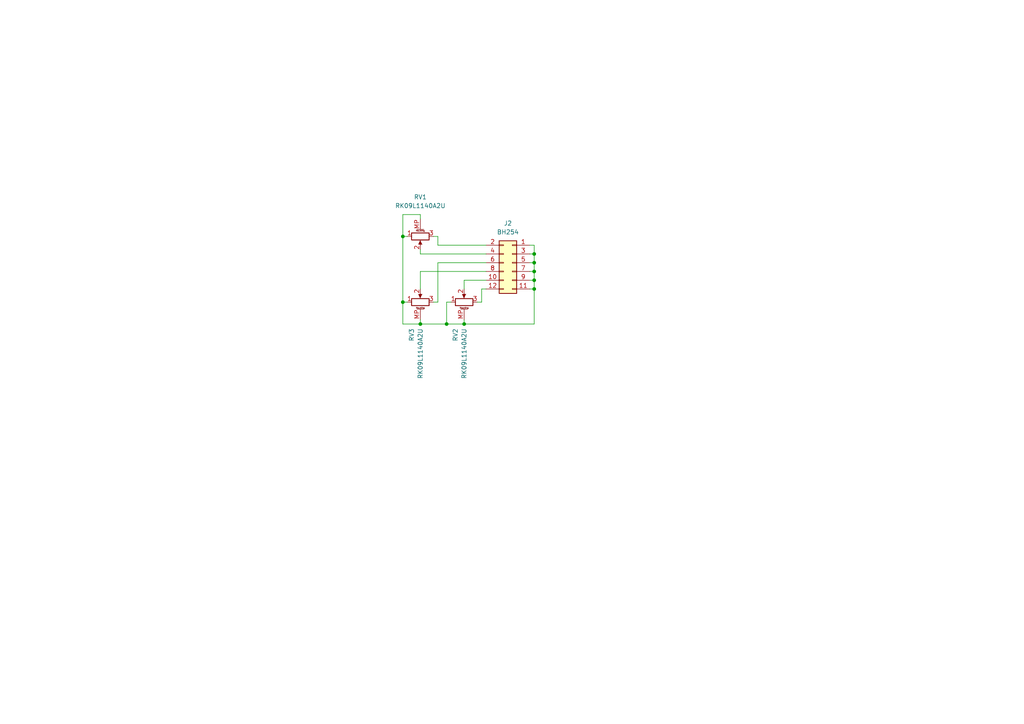
<source format=kicad_sch>
(kicad_sch (version 20231120) (generator "eeschema") (generator_version "8.0")
  (paper "A4")
  (title_block (title "Electronic crossover for 2.1 audio systems") (company "Haos Redro"))
  (lib_symbols
    (symbol "Connector_Generic:Conn_02x06_Odd_Even" (pin_names (offset 1.016) hide)
      (property "Reference" "J" (at 1.27 7.62 0))
      (property "Value" "Conn_02x06_Odd_Even" (at 1.27 -10.16 0))
      (symbol "Conn_02x06_Odd_Even_1_1"
        (rectangle (start -1.27 -7.493) (end 0 -7.747) (stroke (width 0.1524)))
        (rectangle (start -1.27 -4.953) (end 0 -5.207) (stroke (width 0.1524)))
        (rectangle (start -1.27 -2.413) (end 0 -2.667) (stroke (width 0.1524)))
        (rectangle (start -1.27 0.127) (end 0 -0.127) (stroke (width 0.1524)))
        (rectangle (start -1.27 2.667) (end 0 2.413) (stroke (width 0.1524)))
        (rectangle (start -1.27 5.207) (end 0 4.953) (stroke (width 0.1524)))
        (rectangle (start -1.27 6.35) (end 3.81 -8.89) (stroke (width 0.254)) (fill (type background)))
        (rectangle (start 3.81 -7.493) (end 2.54 -7.747) (stroke (width 0.1524)))
        (rectangle (start 3.81 -4.953) (end 2.54 -5.207) (stroke (width 0.1524)))
        (rectangle (start 3.81 -2.413) (end 2.54 -2.667) (stroke (width 0.1524)))
        (rectangle (start 3.81 0.127) (end 2.54 -0.127) (stroke (width 0.1524)))
        (rectangle (start 3.81 2.667) (end 2.54 2.413) (stroke (width 0.1524)))
        (rectangle (start 3.81 5.207) (end 2.54 4.953) (stroke (width 0.1524)))
        (pin passive line (at -5.08 5.08 0) (length 3.81) (name "Pin_1") (number "1"))
        (pin passive line (at 7.62 -5.08 180) (length 3.81) (name "Pin_10") (number "10"))
        (pin passive line (at -5.08 -7.62 0) (length 3.81) (name "Pin_11") (number "11"))
        (pin passive line (at 7.62 -7.62 180) (length 3.81) (name "Pin_12") (number "12"))
        (pin passive line (at 7.62 5.08 180) (length 3.81) (name "Pin_2") (number "2"))
        (pin passive line (at -5.08 2.54 0) (length 3.81) (name "Pin_3") (number "3"))
        (pin passive line (at 7.62 2.54 180) (length 3.81) (name "Pin_4") (number "4"))
        (pin passive line (at -5.08 0 0) (length 3.81) (name "Pin_5") (number "5"))
        (pin passive line (at 7.62 0 180) (length 3.81) (name "Pin_6") (number "6"))
        (pin passive line (at -5.08 -2.54 0) (length 3.81) (name "Pin_7") (number "7"))
        (pin passive line (at 7.62 -2.54 180) (length 3.81) (name "Pin_8") (number "8"))
        (pin passive line (at -5.08 -5.08 0) (length 3.81) (name "Pin_9") (number "9"))
      )
    )
    (symbol "Device:R_Potentiometer_MountingPin" (pin_names (offset 1.016) hide)
      (property "Reference" "RV" (at -8.255 0 90))
      (property "Value" "R_Potentiometer_MountingPin" (at -6.35 0 90))
      (symbol "R_Potentiometer_MountingPin_0_1"
        (polyline (pts (xy 2.54 0) (xy 1.524 0)))
        (polyline (pts (xy 1.143 0) (xy 2.286 0.508) (xy 2.286 -0.508)) (fill (type outline)))
        (rectangle (start 1.016 2.54) (end -1.016 -2.54) (stroke (width 0.254)))
      )
      (symbol "R_Potentiometer_MountingPin_1_1"
        (polyline (pts (xy -2.032 1.016) (xy -2.032 -1.016)) (stroke (width 0.1524)))
        (text "Mounting" (at -1.651 0 900) (effects (font (size 0.381 0.381))))
        (pin passive line (at 0 3.81 270) (length 1.27) (name "1") (number "1"))
        (pin passive line (at 3.81 0 180) (length 1.27) (name "2") (number "2"))
        (pin passive line (at 0 -3.81 90) (length 1.27) (name "3") (number "3"))
        (pin passive line (at -5.08 0 0) (length 3.048) (name "MountPin") (number "MP"))
      )
    )
  )
  (junction (at 121.92 93.98))
  (junction (at 134.62 93.98))
  (junction (at 116.84 87.63))
  (junction (at 154.94 73.66))
  (junction (at 154.94 76.2))
  (junction (at 116.84 68.58))
  (junction (at 129.54 93.98))
  (junction (at 154.94 81.28))
  (junction (at 154.94 83.82))
  (junction (at 154.94 78.74))
  (wire (pts (xy 154.94 83.82) (xy 154.94 93.98)))
  (wire (pts (xy 127 68.58) (xy 127 71.12)))
  (wire (pts (xy 125.73 87.63) (xy 127 87.63)))
  (wire (pts (xy 153.67 81.28) (xy 154.94 81.28)))
  (wire (pts (xy 153.67 76.2) (xy 154.94 76.2)))
  (wire (pts (xy 129.54 87.63) (xy 129.54 93.98)))
  (wire (pts (xy 116.84 87.63) (xy 116.84 93.98)))
  (wire (pts (xy 134.62 81.28) (xy 134.62 83.82)))
  (wire (pts (xy 116.84 62.23) (xy 116.84 68.58)))
  (wire (pts (xy 154.94 83.82) (xy 154.94 81.28)))
  (wire (pts (xy 130.81 87.63) (xy 129.54 87.63)))
  (wire (pts (xy 127 76.2) (xy 127 87.63)))
  (wire (pts (xy 134.62 92.71) (xy 134.62 93.98)))
  (wire (pts (xy 121.92 78.74) (xy 140.97 78.74)))
  (wire (pts (xy 154.94 81.28) (xy 154.94 78.74)))
  (wire (pts (xy 134.62 93.98) (xy 154.94 93.98)))
  (wire (pts (xy 121.92 93.98) (xy 121.92 92.71)))
  (wire (pts (xy 154.94 73.66) (xy 154.94 71.12)))
  (wire (pts (xy 134.62 81.28) (xy 140.97 81.28)))
  (wire (pts (xy 153.67 73.66) (xy 154.94 73.66)))
  (wire (pts (xy 140.97 76.2) (xy 127 76.2)))
  (wire (pts (xy 116.84 68.58) (xy 118.11 68.58)))
  (wire (pts (xy 118.11 87.63) (xy 116.84 87.63)))
  (wire (pts (xy 139.7 83.82) (xy 140.97 83.82)))
  (wire (pts (xy 121.92 63.5) (xy 121.92 62.23)))
  (wire (pts (xy 127 71.12) (xy 140.97 71.12)))
  (wire (pts (xy 121.92 72.39) (xy 121.92 73.66)))
  (wire (pts (xy 153.67 83.82) (xy 154.94 83.82)))
  (wire (pts (xy 129.54 93.98) (xy 121.92 93.98)))
  (wire (pts (xy 121.92 62.23) (xy 116.84 62.23)))
  (wire (pts (xy 121.92 78.74) (xy 121.92 83.82)))
  (wire (pts (xy 153.67 71.12) (xy 154.94 71.12)))
  (wire (pts (xy 125.73 68.58) (xy 127 68.58)))
  (wire (pts (xy 153.67 78.74) (xy 154.94 78.74)))
  (wire (pts (xy 138.43 87.63) (xy 139.7 87.63)))
  (wire (pts (xy 139.7 87.63) (xy 139.7 83.82)))
  (wire (pts (xy 154.94 76.2) (xy 154.94 73.66)))
  (wire (pts (xy 116.84 93.98) (xy 121.92 93.98)))
  (wire (pts (xy 154.94 78.74) (xy 154.94 76.2)))
  (wire (pts (xy 121.92 73.66) (xy 140.97 73.66)))
  (wire (pts (xy 134.62 93.98) (xy 129.54 93.98)))
  (wire (pts (xy 116.84 87.63) (xy 116.84 68.58)))
  (symbol (lib_id "Device:R_Potentiometer_MountingPin") (at 121.92 87.63 90) (unit 1)
    (property "Reference" "RV3" (at 119.38 95.25 0) (effects (justify right)))
    (property "Value" "RK09L1140A2U" (at 121.92 95.25 0) (effects (justify right)))
    (property "Footprint" "Potentiometer_THT:Potentiometer_Alps_RK09L_Single_Vertical" (effects (hide yes)))
    (property "Description" "Potentiometer with a mounting pin" (effects (hide yes)))
  )
  (symbol (lib_id "Device:R_Potentiometer_MountingPin") (at 121.92 68.58 90) (mirror x) (unit 1)
    (property "Reference" "RV1" (at 121.92 57.15 90))
    (property "Value" "RK09L1140A2U" (at 121.92 59.69 90))
    (property "Footprint" "Potentiometer_THT:Potentiometer_Alps_RK09L_Single_Vertical" (effects (hide yes)))
    (property "Description" "Potentiometer with a mounting pin" (effects (hide yes)))
  )
  (symbol (lib_id "Connector_Generic:Conn_02x06_Odd_Even") (at 148.59 76.2 0) (mirror y) (unit 1)
    (property "Reference" "J2" (at 147.32 64.77 0))
    (property "Value" "BH254" (at 147.32 67.31 0))
    (property "Footprint" "Connector_IDC:IDC-Header_2x06_P2.54mm_Vertical" (effects (hide yes)))
    (property "Description" "Generic connector, double row, 02x06, odd/even pin numbering scheme (row 1 odd numbers, row 2 even numbers), script generated (kicad-library-utils/schlib/autogen/connector/)" (effects (hide yes)))
  )
  (symbol (lib_id "Device:R_Potentiometer_MountingPin") (at 134.62 87.63 90) (unit 1)
    (property "Reference" "RV2" (at 132.08 95.25 0) (effects (justify right)))
    (property "Value" "RK09L1140A2U" (at 134.62 95.25 0) (effects (justify right)))
    (property "Footprint" "Potentiometer_THT:Potentiometer_Alps_RK09L_Single_Vertical" (effects (hide yes)))
    (property "Description" "Potentiometer with a mounting pin" (effects (hide yes)))
  )
)
</source>
